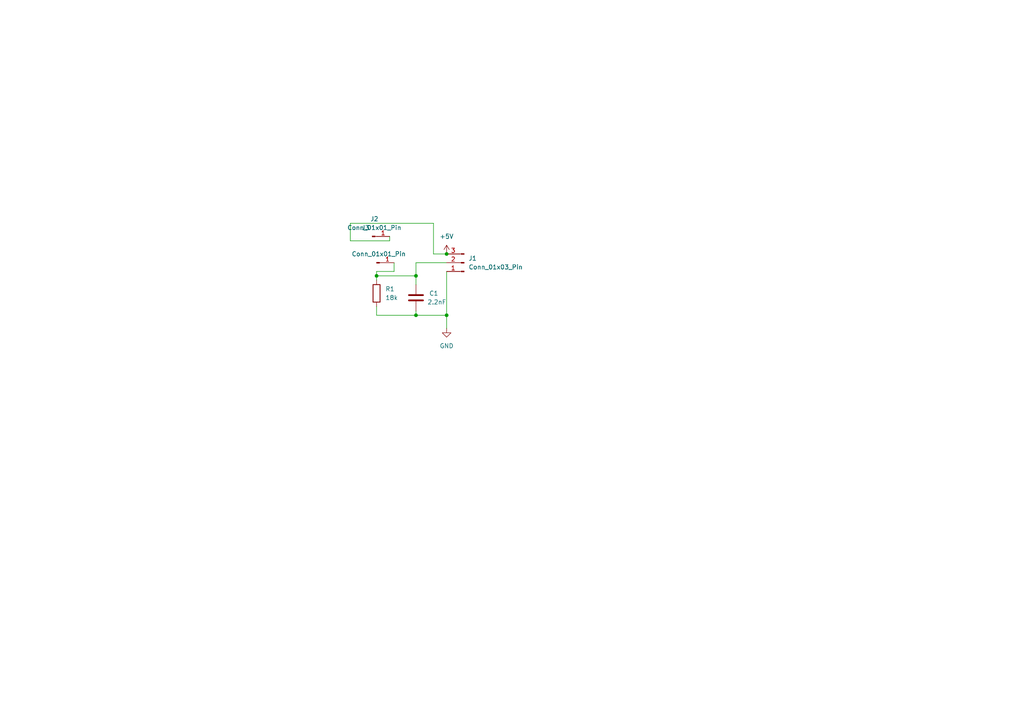
<source format=kicad_sch>
(kicad_sch (version 20250114) (generator "eeschema") (generator_version "9.0")
  (paper "A4")
  (lib_symbols
    (symbol "Connector:Conn_01x01_Pin" (pin_names (offset 1.016) (hide yes))
      (property "Reference" "J" (at 0 2.54 0))
      (property "Value" "Conn_01x01_Pin" (at 0 -2.54 0))
      (symbol "Conn_01x01_Pin_1_1"
        (rectangle (start 0.8636 0.127) (end 0 -0.127) (stroke (width 0.1524)) (fill (type outline)))
        (polyline (pts (xy 1.27 0) (xy 0.8636 0)) (stroke (width 0.1524)))
        (pin passive line (at 5.08 0 180) (length 3.81) (name "Pin_1") (number "1"))
      )
    )
    (symbol "Connector:Conn_01x03_Pin" (pin_names (offset 1.016) (hide yes))
      (property "Reference" "J" (at 0 5.08 0))
      (property "Value" "Conn_01x03_Pin" (at 0 -5.08 0))
      (symbol "Conn_01x03_Pin_1_1"
        (rectangle (start 0.8636 2.667) (end 0 2.413) (stroke (width 0.1524)) (fill (type outline)))
        (rectangle (start 0.8636 0.127) (end 0 -0.127) (stroke (width 0.1524)) (fill (type outline)))
        (rectangle (start 0.8636 -2.413) (end 0 -2.667) (stroke (width 0.1524)) (fill (type outline)))
        (polyline (pts (xy 1.27 2.54) (xy 0.8636 2.54)) (stroke (width 0.1524)))
        (polyline (pts (xy 1.27 0) (xy 0.8636 0)) (stroke (width 0.1524)))
        (polyline (pts (xy 1.27 -2.54) (xy 0.8636 -2.54)) (stroke (width 0.1524)))
        (pin passive line (at 5.08 2.54 180) (length 3.81) (name "Pin_1") (number "1"))
        (pin passive line (at 5.08 0 180) (length 3.81) (name "Pin_2") (number "2"))
        (pin passive line (at 5.08 -2.54 180) (length 3.81) (name "Pin_3") (number "3"))
      )
    )
    (symbol "Device:C" (pin_numbers (hide yes)) (pin_names (offset 0.254))
      (property "Reference" "C" (at 0.635 2.54 0))
      (property "Value" "C" (at 0.635 -2.54 0))
      (symbol "C_0_1"
        (polyline (pts (xy -2.032 0.762) (xy 2.032 0.762)) (stroke (width 0.508)))
        (polyline (pts (xy -2.032 -0.762) (xy 2.032 -0.762)) (stroke (width 0.508)))
      )
      (symbol "C_1_1"
        (pin passive line (at 0 3.81 270) (length 2.794) (name "~") (number "1"))
        (pin passive line (at 0 -3.81 90) (length 2.794) (name "~") (number "2"))
      )
    )
    (symbol "Device:R" (pin_numbers (hide yes)) (pin_names (offset 0))
      (property "Reference" "R" (at 2.032 0 90))
      (property "Value" "R" (at 0 0 90))
      (symbol "R_0_1"
        (rectangle (start -1.016 -2.54) (end 1.016 2.54) (stroke (width 0.254)))
      )
      (symbol "R_1_1"
        (pin passive line (at 0 3.81 270) (length 1.27) (name "~") (number "1"))
        (pin passive line (at 0 -3.81 90) (length 1.27) (name "~") (number "2"))
      )
    )
    (symbol "power:+5V" (power) (pin_numbers (hide yes)) (pin_names (offset 0) (hide yes))
      (property "Value" "+5V" (at 0 3.556 0))
      (symbol "+5V_0_1"
        (polyline (pts (xy -0.762 1.27) (xy 0 2.54)))
        (polyline (pts (xy 0 2.54) (xy 0.762 1.27)))
        (polyline (pts (xy 0 0) (xy 0 2.54)))
      )
      (symbol "+5V_1_1"
        (pin power_in line (at 0 0 90) (length 0) (name "~") (number "1"))
      )
    )
    (symbol "power:GND" (power) (pin_numbers (hide yes)) (pin_names (offset 0) (hide yes))
      (property "Value" "GND" (at 0 -3.81 0))
      (symbol "GND_0_1"
        (polyline (pts (xy 0 0) (xy 0 -1.27) (xy 1.27 -1.27) (xy 0 -2.54) (xy -1.27 -1.27) (xy 0 -1.27)))
      )
      (symbol "GND_1_1"
        (pin power_in line (at 0 0 270) (length 0) (name "~") (number "1"))
      )
    )
  )
  (junction (at 120.65 91.44))
  (junction (at 109.22 80.01))
  (junction (at 129.54 73.66))
  (junction (at 120.65 80.01))
  (junction (at 129.54 91.44))
  (wire (pts (xy 101.6 64.77) (xy 125.73 64.77)))
  (wire (pts (xy 129.54 76.2) (xy 120.65 76.2)))
  (wire (pts (xy 101.6 64.77) (xy 101.6 69.85)))
  (wire (pts (xy 125.73 73.66) (xy 129.54 73.66)))
  (wire (pts (xy 109.22 88.9) (xy 109.22 91.44)))
  (wire (pts (xy 101.6 69.85) (xy 113.03 69.85)))
  (wire (pts (xy 109.22 80.01) (xy 120.65 80.01)))
  (wire (pts (xy 129.54 91.44) (xy 129.54 95.25)))
  (wire (pts (xy 113.03 69.85) (xy 113.03 68.58)))
  (wire (pts (xy 109.22 91.44) (xy 120.65 91.44)))
  (wire (pts (xy 120.65 82.55) (xy 120.65 80.01)))
  (wire (pts (xy 114.3 76.2) (xy 114.3 78.74)))
  (wire (pts (xy 125.73 64.77) (xy 125.73 73.66)))
  (wire (pts (xy 120.65 76.2) (xy 120.65 80.01)))
  (wire (pts (xy 120.65 91.44) (xy 129.54 91.44)))
  (wire (pts (xy 120.65 90.17) (xy 120.65 91.44)))
  (wire (pts (xy 109.22 80.01) (xy 109.22 81.28)))
  (wire (pts (xy 129.54 78.74) (xy 129.54 91.44)))
  (wire (pts (xy 114.3 78.74) (xy 109.22 78.74)))
  (wire (pts (xy 109.22 78.74) (xy 109.22 80.01)))
  (symbol (lib_id "Connector:Conn_01x03_Pin") (at 134.62 76.2 180) (unit 1)
    (property "Reference" "J1" (at 135.89 74.9299 0) (effects (justify right)))
    (property "Value" "Conn_01x03_Pin" (at 135.89 77.4699 0) (effects (justify right)))
    (property "Footprint" "Connector_PinHeader_2.54mm:PinHeader_1x03_P2.54mm_Horizontal" (effects (hide yes)))
    (property "Description" "Generic connector, single row, 01x03, script generated" (effects (hide yes)))
  )
  (symbol (lib_id "Device:C") (at 120.65 86.36 0) (unit 1)
    (property "Reference" "C1" (at 124.46 85.0899 0) (effects (justify left)))
    (property "Value" "2.2nF" (at 123.952 87.63 0) (effects (justify left)))
    (property "Footprint" "Capacitor_SMD:C_0603_1608Metric" (effects (hide yes)))
    (property "Description" "Unpolarized capacitor" (effects (hide yes)))
  )
  (symbol (lib_id "Connector:Conn_01x01_Pin") (at 109.22 76.2 0) (unit 1)
    (property "Reference" "J3" (at 106.045 66.04 0))
    (property "Value" "Conn_01x01_Pin" (at 109.855 73.66 0))
    (property "Footprint" "Connector_Wire:SolderWirePad_1x01_SMD_2x4mm" (effects (hide yes)))
    (property "Description" "Generic connector, single row, 01x01, script generated" (effects (hide yes)))
  )
  (symbol (lib_id "power:+5V") (at 129.54 73.66 0) (unit 1)
    (property "Reference" "#PWR02" (effects (hide yes)))
    (property "Value" "+5V" (at 129.54 68.58 0))
    (property "Description" "Power symbol creates a global label with name \"+5V\"" (effects (hide yes)))
  )
  (symbol (lib_id "Device:R") (at 109.22 85.09 0) (unit 1)
    (property "Reference" "R1" (at 111.76 83.8199 0) (effects (justify left)))
    (property "Value" "18k" (at 111.76 86.3599 0) (effects (justify left)))
    (property "Footprint" "Resistor_SMD:R_0603_1608Metric" (effects (hide yes)))
    (property "Description" "Resistor" (effects (hide yes)))
  )
  (symbol (lib_id "power:GND") (at 129.54 95.25 0) (unit 1)
    (property "Reference" "#PWR03" (effects (hide yes)))
    (property "Value" "GND" (at 129.54 100.33 0))
    (property "Description" "Power symbol creates a global label with name \"GND\" , ground" (effects (hide yes)))
  )
  (symbol (lib_id "Connector:Conn_01x01_Pin") (at 107.95 68.58 0) (unit 1)
    (property "Reference" "J2" (at 108.585 63.5 0))
    (property "Value" "Conn_01x01_Pin" (at 108.585 66.04 0))
    (property "Footprint" "Connector_Wire:SolderWirePad_1x01_SMD_2x4mm" (effects (hide yes)))
    (property "Description" "Generic connector, single row, 01x01, script generated" (effects (hide yes)))
  )
)
</source>
